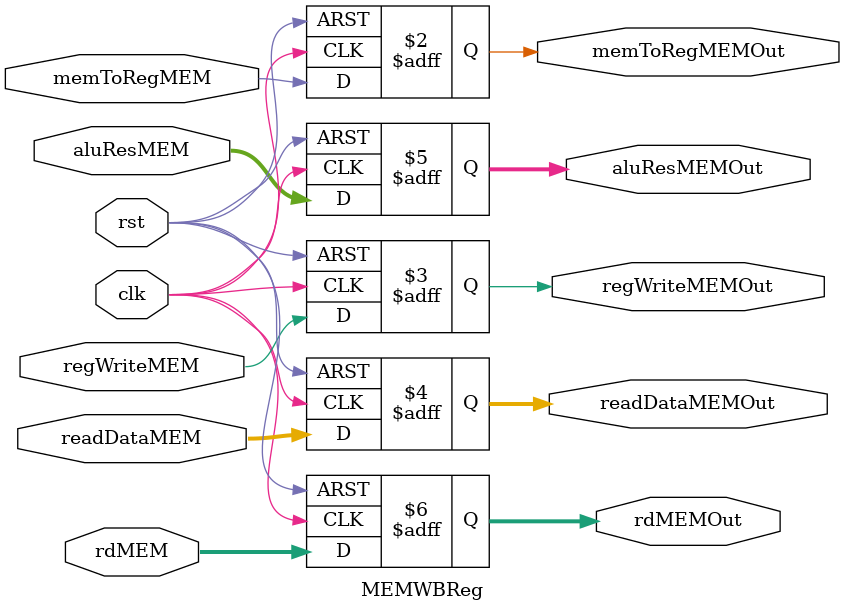
<source format=v>
module MEMWBReg(
	// inputs
	input clk,
	input rst,
		// WB
	input memToRegMEM,
	input regWriteMEM,
		// comb
	input [7:0] readDataMEM,
	input [7:0] aluResMEM,
	input [2:0] rdMEM,
	// outputs
		// WB
	output reg memToRegMEMOut,
	output reg regWriteMEMOut,
		// comb
	output reg [7:0] readDataMEMOut,
	output reg [7:0] aluResMEMOut,
	output reg [2:0] rdMEMOut
);

	always @(posedge clk or posedge rst) begin
		if(rst) begin
			memToRegMEMOut 	<= 1'b0;
			regWriteMEMOut 	<= 1'b0;
			readDataMEMOut 	<= 8'b0;
			aluResMEMOut 	<= 8'b0;
			rdMEMOut 		<= 3'b0;
		end
		else begin
			memToRegMEMOut 	<= memToRegMEM;
			regWriteMEMOut 	<= regWriteMEM;
			readDataMEMOut 	<= readDataMEM;
			aluResMEMOut 	<= aluResMEM;
			rdMEMOut  		<= rdMEM;
		end
	end

endmodule
</source>
